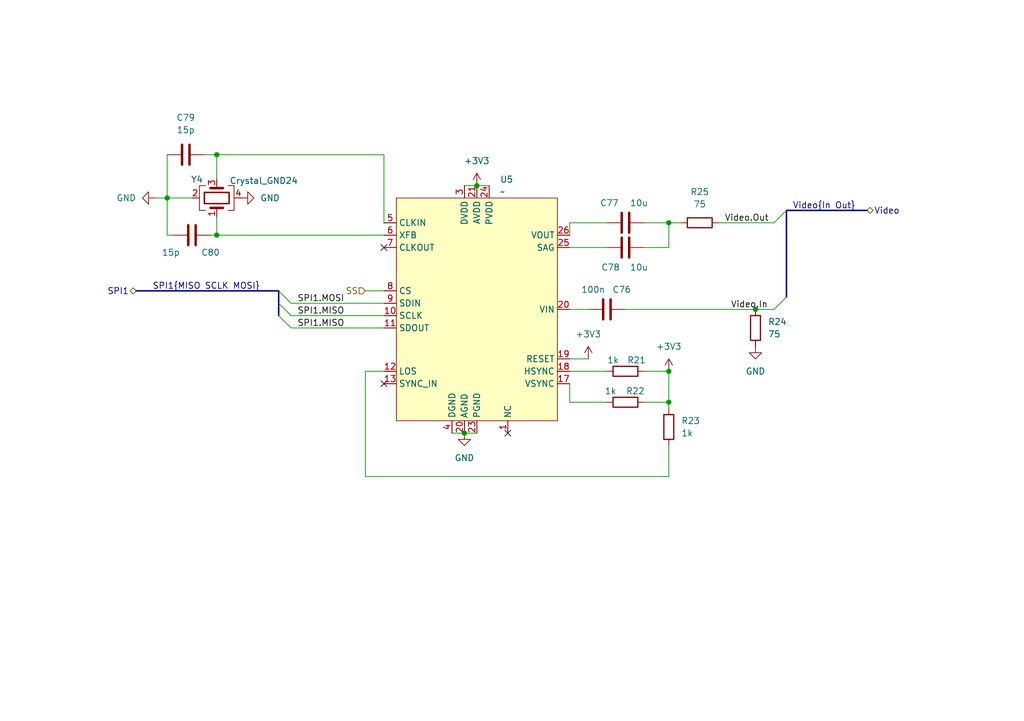
<source format=kicad_sch>
(kicad_sch (version 20231120) (generator "eeschema") (generator_version "8.0")
  (paper "A5")
  (title_block (title "Kolibri FC - OSD"))
  (lib_symbols
    (symbol "Device:C" (pin_numbers hide) (pin_names (offset 0.254))
      (property "Reference" "C" (at 0.635 2.54 0))
      (property "Value" "C" (at 0.635 -2.54 0))
      (symbol "C_0_1"
        (polyline (pts (xy -2.032 -0.762) (xy 2.032 -0.762)) (stroke (width 0.508)))
        (polyline (pts (xy -2.032 0.762) (xy 2.032 0.762)) (stroke (width 0.508)))
      )
      (symbol "C_1_1"
        (pin passive line (at 0 3.81 270) (length 2.794) (name "~") (number "1"))
        (pin passive line (at 0 -3.81 90) (length 2.794) (name "~") (number "2"))
      )
    )
    (symbol "Device:Crystal_GND24" (pin_names (offset 1.016) hide)
      (property "Reference" "Y" (at 3.175 5.08 0))
      (property "Value" "Crystal_GND24" (at 3.175 3.175 0))
      (symbol "Crystal_GND24_0_1"
        (rectangle (start -1.143 2.54) (end 1.143 -2.54) (stroke (width 0.3048)))
        (polyline (pts (xy -2.54 0) (xy -2.032 0)))
        (polyline (pts (xy -2.032 -1.27) (xy -2.032 1.27)) (stroke (width 0.508)))
        (polyline (pts (xy 0 -3.81) (xy 0 -3.556)))
        (polyline (pts (xy 0 3.556) (xy 0 3.81)))
        (polyline (pts (xy 2.032 -1.27) (xy 2.032 1.27)) (stroke (width 0.508)))
        (polyline (pts (xy 2.032 0) (xy 2.54 0)))
        (polyline (pts (xy -2.54 -2.286) (xy -2.54 -3.556) (xy 2.54 -3.556) (xy 2.54 -2.286)))
        (polyline (pts (xy -2.54 2.286) (xy -2.54 3.556) (xy 2.54 3.556) (xy 2.54 2.286)))
      )
      (symbol "Crystal_GND24_1_1"
        (pin passive line (at -3.81 0 0) (length 1.27) (name "1") (number "1"))
        (pin passive line (at 0 5.08 270) (length 1.27) (name "2") (number "2"))
        (pin passive line (at 3.81 0 180) (length 1.27) (name "3") (number "3"))
        (pin passive line (at 0 -5.08 90) (length 1.27) (name "4") (number "4"))
      )
    )
    (symbol "Device:R" (pin_numbers hide) (pin_names (offset 0))
      (property "Reference" "R" (at 2.032 0 90))
      (property "Value" "R" (at 0 0 90))
      (symbol "R_0_1"
        (rectangle (start -1.016 -2.54) (end 1.016 2.54) (stroke (width 0.254)))
      )
      (symbol "R_1_1"
        (pin passive line (at 0 3.81 270) (length 1.27) (name "~") (number "1"))
        (pin passive line (at 0 -3.81 90) (length 1.27) (name "~") (number "2"))
      )
    )
    (symbol "Kolibri custom:AT7456E"
      (property "Reference" "U" (at 11.684 24.384 0))
      (symbol "AT7456E_1_1"
        (rectangle (start -16.51 22.86) (end 16.51 -22.86) (fill (type background)))
        (pin passive line (at 6.35 -25.4 90) (length 2.54) (name "NC") (number "1"))
        (pin input line (at -19.05 -1.27 0) (length 2.54) (name "SCLK") (number "10"))
        (pin output line (at -19.05 -3.81 0) (length 2.54) (name "SDOUT") (number "11"))
        (pin output line (at -19.05 -12.7 0) (length 2.54) (name "LOS") (number "12"))
        (pin input line (at -19.05 -15.24 0) (length 2.54) (name "SYNC_IN") (number "13"))
        (pin passive line (at 6.35 -25.4 90) (length 2.54) hide (name "NC") (number "14"))
        (pin passive line (at 6.35 -25.4 90) (length 2.54) hide (name "NC") (number "15"))
        (pin passive line (at 6.35 -25.4 90) (length 2.54) hide (name "NC") (number "16"))
        (pin output line (at 19.05 -15.24 180) (length 2.54) (name "VSYNC") (number "17"))
        (pin output line (at 19.05 -12.7 180) (length 2.54) (name "HSYNC") (number "18"))
        (pin input line (at 19.05 -10.16 180) (length 2.54) (name "RESET") (number "19"))
        (pin passive line (at 6.35 -25.4 90) (length 2.54) hide (name "NC") (number "2"))
        (pin power_in line (at -2.54 -25.4 90) (length 2.54) (name "AGND") (number "20"))
        (pin input line (at 19.05 0 180) (length 2.54) (name "VIN") (number "20"))
        (pin power_in line (at 0 25.4 270) (length 2.54) (name "AVDD") (number "21"))
        (pin power_in line (at 0 -25.4 90) (length 2.54) (name "PGND") (number "23"))
        (pin power_in line (at 2.54 25.4 270) (length 2.54) (name "PVDD") (number "24"))
        (pin output line (at 19.05 12.7 180) (length 2.54) (name "SAG") (number "25"))
        (pin passive line (at 6.35 -25.4 90) (length 2.54) hide (name "NC") (number "26"))
        (pin output line (at 19.05 15.24 180) (length 2.54) (name "VOUT") (number "26"))
        (pin passive line (at 6.35 -25.4 90) (length 2.54) hide (name "NC") (number "27"))
        (pin power_in line (at -2.54 25.4 270) (length 2.54) (name "DVDD") (number "3"))
        (pin power_in line (at -5.08 -25.4 90) (length 2.54) (name "DGND") (number "4"))
        (pin input line (at -19.05 17.78 0) (length 2.54) (name "CLKIN") (number "5"))
        (pin output line (at -19.05 15.24 0) (length 2.54) (name "XFB") (number "6"))
        (pin output line (at -19.05 12.7 0) (length 2.54) (name "CLKOUT") (number "7"))
        (pin input line (at -19.05 3.81 0) (length 2.54) (name "CS") (number "8"))
        (pin input line (at -19.05 1.27 0) (length 2.54) (name "SDIN") (number "9"))
      )
    )
    (symbol "power:+3V3" (power) (pin_numbers hide) (pin_names (offset 0) hide)
      (property "Value" "+3V3" (at 0 3.556 0))
      (symbol "+3V3_0_1"
        (polyline (pts (xy -0.762 1.27) (xy 0 2.54)))
        (polyline (pts (xy 0 0) (xy 0 2.54)))
        (polyline (pts (xy 0 2.54) (xy 0.762 1.27)))
      )
      (symbol "+3V3_1_1"
        (pin power_in line (at 0 0 90) (length 0) (name "~") (number "1"))
      )
    )
    (symbol "power:GND" (power) (pin_numbers hide) (pin_names (offset 0) hide)
      (property "Value" "GND" (at 0 -3.81 0))
      (symbol "GND_0_1"
        (polyline (pts (xy 0 0) (xy 0 -1.27) (xy 1.27 -1.27) (xy 0 -2.54) (xy -1.27 -1.27) (xy 0 -1.27)))
      )
      (symbol "GND_1_1"
        (pin power_in line (at 0 0 270) (length 0) (name "~") (number "1"))
      )
    )
  )
  (junction (at 137.16 45.72))
  (junction (at 154.94 63.5))
  (junction (at 34.29 40.64))
  (junction (at 95.25 88.9))
  (junction (at 44.45 48.26))
  (junction (at 137.16 76.2))
  (junction (at 44.45 31.75))
  (junction (at 97.79 38.1))
  (junction (at 137.16 82.55))
  (no_connect (at 104.14 88.9))
  (no_connect (at 78.74 50.8))
  (no_connect (at 78.74 78.74))
  (bus_entry (at 57.15 64.77) (size 2.54 2.54))
  (bus_entry (at 161.29 60.96) (size -2.54 2.54))
  (bus_entry (at 161.29 43.18) (size -2.54 2.54))
  (bus_entry (at 57.15 62.23) (size 2.54 2.54))
  (bus_entry (at 57.15 59.69) (size 2.54 2.54))
  (bus (pts (xy 57.15 62.23) (xy 57.15 64.77)))
  (wire (pts (xy 34.29 48.26) (xy 34.29 40.64)))
  (wire (pts (xy 78.74 76.2) (xy 74.93 76.2)))
  (wire (pts (xy 34.29 31.75) (xy 34.29 40.64)))
  (wire (pts (xy 132.08 76.2) (xy 137.16 76.2)))
  (wire (pts (xy 59.69 62.23) (xy 78.74 62.23)))
  (wire (pts (xy 44.45 48.26) (xy 78.74 48.26)))
  (wire (pts (xy 44.45 36.83) (xy 44.45 31.75)))
  (wire (pts (xy 137.16 76.2) (xy 137.16 82.55)))
  (wire (pts (xy 95.25 38.1) (xy 97.79 38.1)))
  (wire (pts (xy 44.45 44.45) (xy 44.45 48.26)))
  (wire (pts (xy 116.84 48.26) (xy 116.84 45.72)))
  (wire (pts (xy 95.25 88.9) (xy 97.79 88.9)))
  (bus (pts (xy 57.15 59.69) (xy 57.15 62.23)))
  (wire (pts (xy 116.84 63.5) (xy 120.65 63.5)))
  (wire (pts (xy 35.56 48.26) (xy 34.29 48.26)))
  (wire (pts (xy 154.94 63.5) (xy 158.75 63.5)))
  (wire (pts (xy 78.74 31.75) (xy 78.74 45.72)))
  (wire (pts (xy 116.84 76.2) (xy 124.46 76.2)))
  (wire (pts (xy 59.69 64.77) (xy 78.74 64.77)))
  (wire (pts (xy 44.45 31.75) (xy 78.74 31.75)))
  (wire (pts (xy 116.84 78.74) (xy 116.84 82.55)))
  (wire (pts (xy 137.16 45.72) (xy 139.7 45.72)))
  (wire (pts (xy 116.84 73.66) (xy 120.65 73.66)))
  (wire (pts (xy 74.93 59.69) (xy 78.74 59.69)))
  (wire (pts (xy 137.16 91.44) (xy 137.16 97.79)))
  (wire (pts (xy 128.27 63.5) (xy 154.94 63.5)))
  (wire (pts (xy 43.18 48.26) (xy 44.45 48.26)))
  (wire (pts (xy 74.93 97.79) (xy 137.16 97.79)))
  (wire (pts (xy 137.16 50.8) (xy 137.16 45.72)))
  (wire (pts (xy 137.16 82.55) (xy 137.16 83.82)))
  (bus (pts (xy 27.94 59.69) (xy 57.15 59.69)))
  (bus (pts (xy 161.29 43.18) (xy 161.29 60.96)))
  (wire (pts (xy 34.29 40.64) (xy 39.37 40.64)))
  (wire (pts (xy 31.75 40.64) (xy 34.29 40.64)))
  (wire (pts (xy 97.79 38.1) (xy 100.33 38.1)))
  (wire (pts (xy 147.32 45.72) (xy 158.75 45.72)))
  (wire (pts (xy 116.84 50.8) (xy 124.46 50.8)))
  (wire (pts (xy 132.08 45.72) (xy 137.16 45.72)))
  (wire (pts (xy 132.08 50.8) (xy 137.16 50.8)))
  (wire (pts (xy 92.71 88.9) (xy 95.25 88.9)))
  (wire (pts (xy 41.91 31.75) (xy 44.45 31.75)))
  (wire (pts (xy 132.08 82.55) (xy 137.16 82.55)))
  (wire (pts (xy 59.69 67.31) (xy 78.74 67.31)))
  (bus (pts (xy 161.29 43.18) (xy 177.8 43.18)))
  (wire (pts (xy 116.84 45.72) (xy 124.46 45.72)))
  (wire (pts (xy 116.84 82.55) (xy 124.46 82.55)))
  (wire (pts (xy 74.93 76.2) (xy 74.93 97.79)))
  (label "SPI1.MISO" (at 60.96 67.31 0))
  (label "Video.Out" (at 148.59 45.72 0))
  (label "SPI1.MISO" (at 60.96 64.77 0))
  (label "SPI1.MOSI" (at 60.96 62.23 0))
  (label "SPI1{MISO SCLK MOSI}" (at 53.34 59.69 180))
  (label "Video.In" (at 149.86 63.5 0))
  (label "Video{In Out}" (at 162.56 43.18 0))
  (hierarchical_label "SS" (shape input) (at 74.93 59.69 180))
  (hierarchical_label "Video" (shape bidirectional) (at 177.8 43.18 0))
  (hierarchical_label "SPI1" (shape bidirectional) (at 27.94 59.69 180))
  (symbol (lib_id "Device:R") (at 154.94 67.31 0) (unit 1)
    (property "Reference" "R24" (at 157.48 66.0399 0) (effects (justify left)))
    (property "Value" "75" (at 157.48 68.5799 0) (effects (justify left)))
    (property "Footprint" "Resistor_SMD:R_0402_1005Metric" (effects (hide yes)))
    (property "Description" "Resistor" (effects (hide yes)))
  )
  (symbol (lib_id "Device:C") (at 128.27 45.72 90) (unit 1)
    (property "Reference" "C77" (at 124.968 41.656 90))
    (property "Value" "10u" (at 131.064 41.656 90))
    (property "Footprint" "Capacitor_SMD:C_0402_1005Metric" (effects (hide yes)))
    (property "Description" "Unpolarized capacitor" (effects (hide yes)))
  )
  (symbol (lib_id "Device:C") (at 128.27 50.8 270) (unit 1)
    (property "Reference" "C78" (at 125.222 54.864 90))
    (property "Value" "10u" (at 131.064 54.864 90))
    (property "Footprint" "Capacitor_SMD:C_0402_1005Metric" (effects (hide yes)))
    (property "Description" "Unpolarized capacitor" (effects (hide yes)))
  )
  (symbol (lib_id "Device:Crystal_GND24") (at 44.45 40.64 90) (unit 1)
    (property "Reference" "Y4" (at 40.386 36.83 90))
    (property "Value" "Crystal_GND24" (at 54.102 37.084 90))
    (property "Footprint" "Crystal:Crystal_SMD_3225-4Pin_3.2x2.5mm" (effects (hide yes)))
    (property "Description" "Four pin crystal, GND on pins 2 and 4" (effects (hide yes)))
  )
  (symbol (lib_id "Device:R") (at 143.51 45.72 90) (unit 1)
    (property "Reference" "R25" (at 143.51 39.37 90))
    (property "Value" "75" (at 143.51 41.91 90))
    (property "Footprint" "Resistor_SMD:R_0402_1005Metric" (effects (hide yes)))
    (property "Description" "Resistor" (effects (hide yes)))
  )
  (symbol (lib_id "power:GND") (at 95.25 88.9 0) (unit 1)
    (property "Reference" "#PWR0137" (effects (hide yes)))
    (property "Value" "GND" (at 95.25 93.98 0))
    (property "Description" "Power symbol creates a global label with name \"GND\" , ground" (effects (hide yes)))
  )
  (symbol (lib_id "Device:R") (at 128.27 76.2 90) (unit 1)
    (property "Reference" "R21" (at 130.556 73.914 90))
    (property "Value" "1k" (at 125.73 73.914 90))
    (property "Footprint" "Resistor_SMD:R_0402_1005Metric" (effects (hide yes)))
    (property "Description" "Resistor" (effects (hide yes)))
  )
  (symbol (lib_id "Device:R") (at 137.16 87.63 180) (unit 1)
    (property "Reference" "R23" (at 139.7 86.3599 0) (effects (justify right)))
    (property "Value" "1k" (at 139.7 88.8999 0) (effects (justify right)))
    (property "Footprint" "Resistor_SMD:R_0402_1005Metric" (effects (hide yes)))
    (property "Description" "Resistor" (effects (hide yes)))
  )
  (symbol (lib_id "Device:R") (at 128.27 82.55 90) (unit 1)
    (property "Reference" "R22" (at 130.302 80.264 90))
    (property "Value" "1k" (at 125.222 80.264 90))
    (property "Footprint" "Resistor_SMD:R_0402_1005Metric" (effects (hide yes)))
    (property "Description" "Resistor" (effects (hide yes)))
  )
  (symbol (lib_id "Device:C") (at 124.46 63.5 90) (unit 1)
    (property "Reference" "C76" (at 127.508 59.436 90))
    (property "Value" "100n" (at 121.666 59.436 90))
    (property "Footprint" "Capacitor_SMD:C_0402_1005Metric" (effects (hide yes)))
    (property "Description" "Unpolarized capacitor" (effects (hide yes)))
  )
  (symbol (lib_id "power:GND") (at 49.53 40.64 90) (unit 1)
    (property "Reference" "#PWR0140" (effects (hide yes)))
    (property "Value" "GND" (at 53.34 40.6399 90) (effects (justify right)))
    (property "Description" "Power symbol creates a global label with name \"GND\" , ground" (effects (hide yes)))
  )
  (symbol (lib_id "power:GND") (at 154.94 71.12 0) (unit 1)
    (property "Reference" "#PWR0139" (effects (hide yes)))
    (property "Value" "GND" (at 154.94 76.2 0))
    (property "Description" "Power symbol creates a global label with name \"GND\" , ground" (effects (hide yes)))
  )
  (symbol (lib_id "power:GND") (at 31.75 40.64 270) (unit 1)
    (property "Reference" "#PWR0141" (effects (hide yes)))
    (property "Value" "GND" (at 27.94 40.6399 90) (effects (justify right)))
    (property "Description" "Power symbol creates a global label with name \"GND\" , ground" (effects (hide yes)))
  )
  (symbol (lib_id "Device:C") (at 39.37 48.26 270) (unit 1)
    (property "Reference" "C80" (at 43.18 51.816 90))
    (property "Value" "15p" (at 35.052 51.816 90))
    (property "Footprint" "Capacitor_SMD:C_0402_1005Metric" (effects (hide yes)))
    (property "Description" "Unpolarized capacitor" (effects (hide yes)))
  )
  (symbol (lib_id "power:+3V3") (at 120.65 73.66 0) (unit 1)
    (property "Reference" "#PWR0135" (effects (hide yes)))
    (property "Value" "+3V3" (at 120.65 68.58 0))
    (property "Description" "Power symbol creates a global label with name \"+3V3\"" (effects (hide yes)))
  )
  (symbol (lib_id "power:+3V3") (at 97.79 38.1 0) (unit 1)
    (property "Reference" "#PWR0136" (effects (hide yes)))
    (property "Value" "+3V3" (at 97.79 33.02 0))
    (property "Description" "Power symbol creates a global label with name \"+3V3\"" (effects (hide yes)))
  )
  (symbol (lib_id "power:+3V3") (at 137.16 76.2 0) (unit 1)
    (property "Reference" "#PWR0138" (effects (hide yes)))
    (property "Value" "+3V3" (at 137.16 71.12 0))
    (property "Description" "Power symbol creates a global label with name \"+3V3\"" (effects (hide yes)))
  )
  (symbol (lib_id "Device:C") (at 38.1 31.75 90) (unit 1)
    (property "Reference" "C79" (at 38.1 24.13 90))
    (property "Value" "15p" (at 38.1 26.67 90))
    (property "Footprint" "Capacitor_SMD:C_0402_1005Metric" (effects (hide yes)))
    (property "Description" "Unpolarized capacitor" (effects (hide yes)))
  )
  (symbol (lib_id "Kolibri custom:AT7456E") (at 97.79 63.5 0) (unit 1)
    (property "Reference" "U5" (at 102.5241 36.83 0) (effects (justify left)))
    (property "Value" "~" (at 102.5241 39.37 0) (effects (justify left)))
    (property "Footprint" "Package_SO:HTSSOP-28-1EP_4.4x9.7mm_P0.65mm_EP2.75x6.2mm" (effects (hide yes)))
  )
)
</source>
